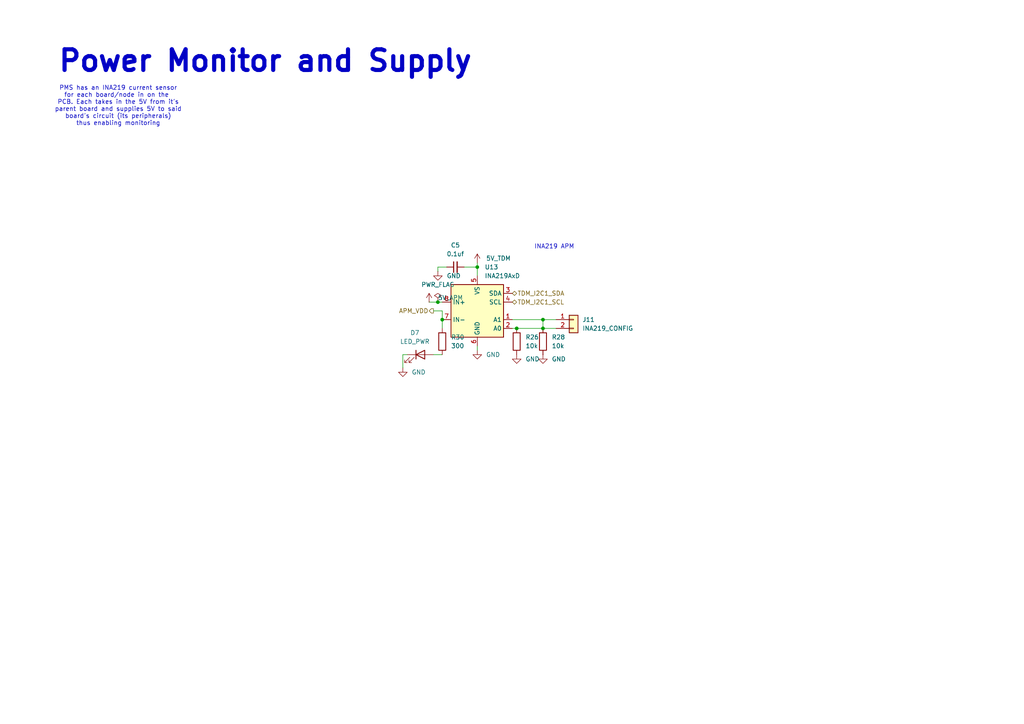
<source format=kicad_sch>
(kicad_sch (version 20250114) (generator "eeschema") (generator_version "9.0")
  (paper "A4")
  (lib_symbols
    (symbol "Connector_Generic:Conn_01x02" (pin_names (offset 1.016) (hide yes))
      (property "Reference" "J" (at 0 2.54 0))
      (property "Value" "Conn_01x02" (at 0 -5.08 0))
      (symbol "Conn_01x02_1_1"
        (rectangle (start -1.27 1.27) (end 1.27 -3.81) (stroke (width 0.254)) (fill (type background)))
        (rectangle (start -1.27 0.127) (end 0 -0.127) (stroke (width 0.1524)))
        (rectangle (start -1.27 -2.413) (end 0 -2.667) (stroke (width 0.1524)))
        (pin passive line (at -5.08 0 0) (length 3.81) (name "Pin_1") (number "1"))
        (pin passive line (at -5.08 -2.54 0) (length 3.81) (name "Pin_2") (number "2"))
      )
    )
    (symbol "Device:C_Small" (pin_numbers (hide yes)) (pin_names (offset 0.254) (hide yes))
      (property "Reference" "C" (at 0.254 1.778 0))
      (property "Value" "C_Small" (at 0.254 -2.032 0))
      (symbol "C_Small_0_1"
        (polyline (pts (xy -1.524 0.508) (xy 1.524 0.508)) (stroke (width 0.3048)))
        (polyline (pts (xy -1.524 -0.508) (xy 1.524 -0.508)) (stroke (width 0.3302)))
      )
      (symbol "C_Small_1_1"
        (pin passive line (at 0 2.54 270) (length 2.032) (name "~") (number "1"))
        (pin passive line (at 0 -2.54 90) (length 2.032) (name "~") (number "2"))
      )
    )
    (symbol "Device:LED" (pin_numbers (hide yes)) (pin_names (offset 1.016) (hide yes))
      (property "Reference" "D" (at 0 2.54 0))
      (property "Value" "LED" (at 0 -2.54 0))
      (symbol "LED_0_1"
        (polyline (pts (xy -3.048 -0.762) (xy -4.572 -2.286) (xy -3.81 -2.286) (xy -4.572 -2.286) (xy -4.572 -1.524)))
        (polyline (pts (xy -1.778 -0.762) (xy -3.302 -2.286) (xy -2.54 -2.286) (xy -3.302 -2.286) (xy -3.302 -1.524)))
        (polyline (pts (xy -1.27 0) (xy 1.27 0)))
        (polyline (pts (xy -1.27 -1.27) (xy -1.27 1.27)) (stroke (width 0.254)))
        (polyline (pts (xy 1.27 -1.27) (xy 1.27 1.27) (xy -1.27 0) (xy 1.27 -1.27)) (stroke (width 0.254)))
      )
      (symbol "LED_1_1"
        (pin passive line (at -3.81 0 0) (length 2.54) (name "K") (number "1"))
        (pin passive line (at 3.81 0 180) (length 2.54) (name "A") (number "2"))
      )
    )
    (symbol "Device:R" (pin_numbers (hide yes)) (pin_names (offset 0))
      (property "Reference" "R" (at 2.032 0 90))
      (property "Value" "R" (at 0 0 90))
      (symbol "R_0_1"
        (rectangle (start -1.016 -2.54) (end 1.016 2.54) (stroke (width 0.254)))
      )
      (symbol "R_1_1"
        (pin passive line (at 0 3.81 270) (length 1.27) (name "~") (number "1"))
        (pin passive line (at 0 -3.81 90) (length 1.27) (name "~") (number "2"))
      )
    )
    (symbol "Sensor_Energy:INA219AxD"
      (property "Reference" "U" (at -6.35 8.89 0))
      (property "Value" "INA219AxD" (at 5.08 8.89 0))
      (symbol "INA219AxD_0_1"
        (rectangle (start -7.62 7.62) (end 7.62 -7.62) (stroke (width 0.254)) (fill (type background)))
      )
      (symbol "INA219AxD_1_1"
        (pin input line (at -10.16 2.54 0) (length 2.54) (name "IN+") (number "8"))
        (pin input line (at -10.16 -2.54 0) (length 2.54) (name "IN-") (number "7"))
        (pin power_in line (at 0 10.16 270) (length 2.54) (name "VS") (number "5"))
        (pin power_in line (at 0 -10.16 90) (length 2.54) (name "GND") (number "6"))
        (pin bidirectional line (at 10.16 5.08 180) (length 2.54) (name "SDA") (number "3"))
        (pin input line (at 10.16 2.54 180) (length 2.54) (name "SCL") (number "4"))
        (pin input line (at 10.16 -2.54 180) (length 2.54) (name "A1") (number "1"))
        (pin input line (at 10.16 -5.08 180) (length 2.54) (name "A0") (number "2"))
      )
    )
    (symbol "power:+5V" (power) (pin_numbers (hide yes)) (pin_names (offset 0) (hide yes))
      (property "Value" "+5V" (at 0 3.556 0))
      (symbol "+5V_0_1"
        (polyline (pts (xy -0.762 1.27) (xy 0 2.54)))
        (polyline (pts (xy 0 2.54) (xy 0.762 1.27)))
        (polyline (pts (xy 0 0) (xy 0 2.54)))
      )
      (symbol "+5V_1_1"
        (pin power_in line (at 0 0 90) (length 0) (name "~") (number "1"))
      )
    )
    (symbol "power:GND" (power) (pin_numbers (hide yes)) (pin_names (offset 0) (hide yes))
      (property "Value" "GND" (at 0 -3.81 0))
      (symbol "GND_0_1"
        (polyline (pts (xy 0 0) (xy 0 -1.27) (xy 1.27 -1.27) (xy 0 -2.54) (xy -1.27 -1.27) (xy 0 -1.27)))
      )
      (symbol "GND_1_1"
        (pin power_in line (at 0 0 270) (length 0) (name "~") (number "1"))
      )
    )
    (symbol "power:PWR_FLAG" (power) (pin_numbers (hide yes)) (pin_names (offset 0) (hide yes))
      (property "Value" "PWR_FLAG" (at 0 3.81 0))
      (symbol "PWR_FLAG_0_0"
        (pin power_out line (at 0 0 90) (length 0) (name "~") (number "1"))
      )
      (symbol "PWR_FLAG_0_1"
        (polyline (pts (xy 0 0) (xy 0 1.27) (xy -1.016 1.905) (xy 0 2.54) (xy 1.016 1.905) (xy 0 1.27)))
      )
    )
  )
  (text "Power Monitor and Supply" (at 16.51 21.336 0) (effects (font (size 5.9944 5.9944) (thickness 1.1989) (bold yes)) (justify left bottom)))
  (text "PMS has an INA219 current sensor\nfor each board/node in on the \nPCB. Each takes in the 5V from it's\nparent board and supplies 5V to said\nboard's circuit (its peripherals)\nthus enabling monitoring" (at 34.29 30.734 0) (effects (font (size 1.27 1.27))))
  (text "INA219 APM" (at 160.782 71.628 0) (effects (font (size 1.27 1.27))))
  (junction (at 157.48 92.71))
  (junction (at 157.48 95.25))
  (junction (at 149.86 95.25))
  (junction (at 138.43 77.47))
  (junction (at 128.27 92.71))
  (junction (at 127 87.63))
  (wire (pts (xy 157.48 95.25) (xy 161.29 95.25)))
  (wire (pts (xy 124.46 87.63) (xy 127 87.63)))
  (wire (pts (xy 157.48 92.71) (xy 157.48 95.25)))
  (wire (pts (xy 116.84 106.68) (xy 116.84 102.87)))
  (wire (pts (xy 128.27 90.17) (xy 128.27 92.71)))
  (wire (pts (xy 134.62 77.47) (xy 138.43 77.47)))
  (wire (pts (xy 127 78.74) (xy 127 77.47)))
  (wire (pts (xy 125.73 102.87) (xy 128.27 102.87)))
  (wire (pts (xy 138.43 100.33) (xy 138.43 101.6)))
  (wire (pts (xy 157.48 92.71) (xy 161.29 92.71)))
  (wire (pts (xy 138.43 77.47) (xy 138.43 80.01)))
  (wire (pts (xy 127 87.63) (xy 128.27 87.63)))
  (wire (pts (xy 128.27 95.25) (xy 128.27 92.71)))
  (wire (pts (xy 127 77.47) (xy 129.54 77.47)))
  (wire (pts (xy 148.59 92.71) (xy 157.48 92.71)))
  (wire (pts (xy 116.84 102.87) (xy 118.11 102.87)))
  (wire (pts (xy 128.27 90.17) (xy 125.73 90.17)))
  (wire (pts (xy 138.43 76.2) (xy 138.43 77.47)))
  (wire (pts (xy 148.59 95.25) (xy 149.86 95.25)))
  (wire (pts (xy 149.86 95.25) (xy 157.48 95.25)))
  (hierarchical_label "APM_VDD" (shape output) (at 125.73 90.17 180))
  (hierarchical_label "TDM_I2C1_SDA" (shape bidirectional) (at 148.59 85.09 0))
  (hierarchical_label "TDM_I2C1_SCL" (shape bidirectional) (at 148.59 87.63 0))
  (symbol (lib_id "power:GND") (at 157.48 102.87 0) (unit 1)
    (property "Reference" "#PWR078" (effects (hide yes)))
    (property "Value" "GND" (at 160.02 104.1399 0) (effects (justify left)))
    (property "Description" "Power symbol creates a global label with name \"GND\" , ground" (effects (hide yes)))
  )
  (symbol (lib_id "Device:LED") (at 121.92 102.87 0) (unit 1)
    (property "Reference" "D7" (at 120.3325 96.52 0))
    (property "Value" "LED_PWR" (at 120.3325 99.06 0))
    (property "Footprint" "LED_SMD:LED_0603_1608Metric" (effects (hide yes)))
    (property "Description" "Light emitting diode" (effects (hide yes)))
    (property "Sim.Pins" "1=K 2=A" (effects (hide yes)))
  )
  (symbol (lib_id "Connector_Generic:Conn_01x02") (at 166.37 92.71 0) (unit 1)
    (property "Reference" "J11" (at 168.91 92.7099 0) (effects (justify left)))
    (property "Value" "INA219_CONFIG" (at 168.91 95.2499 0) (effects (justify left)))
    (property "Footprint" "Connector_PinHeader_1.00mm:PinHeader_1x02_P1.00mm_Horizontal" (effects (hide yes)))
    (property "Description" "Generic connector, single row, 01x02, script generated (kicad-library-utils/schlib/autogen/connector/)" (effects (hide yes)))
  )
  (symbol (lib_id "power:GND") (at 149.86 102.87 0) (unit 1)
    (property "Reference" "#PWR076" (effects (hide yes)))
    (property "Value" "GND" (at 152.4 104.1399 0) (effects (justify left)))
    (property "Description" "Power symbol creates a global label with name \"GND\" , ground" (effects (hide yes)))
  )
  (symbol (lib_id "Device:R") (at 157.48 99.06 180) (unit 1)
    (property "Reference" "R28" (at 160.02 97.7899 0) (effects (justify right)))
    (property "Value" "10k" (at 160.02 100.3299 0) (effects (justify right)))
    (property "Footprint" "Resistor_SMD:R_0805_2012Metric_Pad1.20x1.40mm_HandSolder" (effects (hide yes)))
    (property "Description" "Resistor" (effects (hide yes)))
    (property "DigiKey_Part_Number" "311-10.0KCRCT-ND" (effects (hide yes)))
    (property "Price" "0.0129" (effects (hide yes)))
  )
  (symbol (lib_id "power:PWR_FLAG") (at 127 87.63 0) (unit 1)
    (property "Reference" "#FLG012" (effects (hide yes)))
    (property "Value" "PWR_FLAG" (at 127 82.55 0))
    (property "Description" "Special symbol for telling ERC where power comes from" (effects (hide yes)))
  )
  (symbol (lib_id "power:GND") (at 116.84 106.68 0) (unit 1)
    (property "Reference" "#PWR077" (effects (hide yes)))
    (property "Value" "GND" (at 119.38 107.9499 0) (effects (justify left)))
    (property "Description" "Power symbol creates a global label with name \"GND\" , ground" (effects (hide yes)))
  )
  (symbol (lib_id "Device:C_Small") (at 132.08 77.47 90) (unit 1)
    (property "Reference" "C5" (at 132.0863 71.12 90))
    (property "Value" "0.1uf" (at 132.0863 73.66 90))
    (property "Footprint" "Capacitor_SMD:C_0805_2012Metric" (effects (hide yes)))
    (property "Description" "Unpolarized capacitor, small symbol" (effects (hide yes)))
  )
  (symbol (lib_id "power:+5V") (at 124.46 87.63 0) (unit 1)
    (property "Reference" "#PWR068" (effects (hide yes)))
    (property "Value" "5V_APM" (at 127 86.3599 0) (effects (justify left)))
    (property "Description" "Power symbol creates a global label with name \"+5V\"" (effects (hide yes)))
  )
  (symbol (lib_id "Device:R") (at 149.86 99.06 180) (unit 1)
    (property "Reference" "R26" (at 152.4 97.7899 0) (effects (justify right)))
    (property "Value" "10k" (at 152.4 100.3299 0) (effects (justify right)))
    (property "Footprint" "Resistor_SMD:R_0805_2012Metric_Pad1.20x1.40mm_HandSolder" (effects (hide yes)))
    (property "Description" "Resistor" (effects (hide yes)))
    (property "DigiKey_Part_Number" "311-10.0KCRCT-ND" (effects (hide yes)))
    (property "Price" "0.0129" (effects (hide yes)))
  )
  (symbol (lib_id "power:GND") (at 127 78.74 0) (unit 1)
    (property "Reference" "#PWR070" (effects (hide yes)))
    (property "Value" "GND" (at 129.54 80.0099 0) (effects (justify left)))
    (property "Description" "Power symbol creates a global label with name \"GND\" , ground" (effects (hide yes)))
  )
  (symbol (lib_id "power:GND") (at 138.43 101.6 0) (unit 1)
    (property "Reference" "#PWR073" (effects (hide yes)))
    (property "Value" "GND" (at 140.97 102.8699 0) (effects (justify left)))
    (property "Description" "Power symbol creates a global label with name \"GND\" , ground" (effects (hide yes)))
  )
  (symbol (lib_id "power:+5V") (at 138.43 76.2 0) (unit 1)
    (property "Reference" "#PWR072" (effects (hide yes)))
    (property "Value" "5V_TDM" (at 140.97 74.9299 0) (effects (justify left)))
    (property "Description" "Power symbol creates a global label with name \"+5V\"" (effects (hide yes)))
  )
  (symbol (lib_id "Sensor_Energy:INA219AxD") (at 138.43 90.17 0) (unit 1)
    (property "Reference" "U13" (at 140.5733 77.47 0) (effects (justify left)))
    (property "Value" "INA219AxD" (at 140.5733 80.01 0) (effects (justify left)))
    (property "Footprint" "Package_SO:SOIC-8_3.9x4.9mm_P1.27mm" (effects (hide yes)))
    (property "Datasheet" "http://www.ti.com/lit/ds/symlink/ina219.pdf" (effects (hide yes)))
    (property "Description" "Zero-Drift, Bidirectional Current/Power Monitor (0-26V) With I2C Interface, SOIC-8" (effects (hide yes)))
  )
  (symbol (lib_id "Device:R") (at 128.27 99.06 180) (unit 1)
    (property "Reference" "R30" (at 130.81 97.7899 0) (effects (justify right)))
    (property "Value" "300" (at 130.81 100.3299 0) (effects (justify right)))
    (property "Footprint" "Resistor_SMD:R_0805_2012Metric_Pad1.20x1.40mm_HandSolder" (effects (hide yes)))
    (property "Description" "Resistor" (effects (hide yes)))
    (property "DigiKey_Part_Number" "311-10.0KCRCT-ND" (effects (hide yes)))
    (property "Price" "0.0129" (effects (hide yes)))
  )
)
</source>
